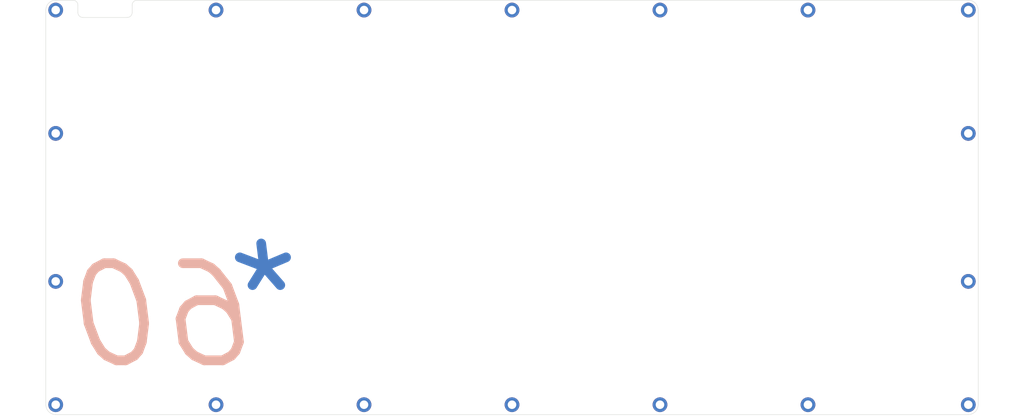
<source format=kicad_pcb>
(kicad_pcb (version 20171130) (host pcbnew "(5.1.12)-1")

  (general
    (thickness 1.6)
    (drawings 19)
    (tracks 0)
    (zones 0)
    (modules 18)
    (nets 1)
  )

  (page A4)
  (layers
    (0 F.Cu signal)
    (31 B.Cu signal)
    (32 B.Adhes user)
    (33 F.Adhes user)
    (34 B.Paste user)
    (35 F.Paste user)
    (36 B.SilkS user)
    (37 F.SilkS user)
    (38 B.Mask user)
    (39 F.Mask user)
    (40 Dwgs.User user)
    (41 Cmts.User user)
    (42 Eco1.User user)
    (43 Eco2.User user)
    (44 Edge.Cuts user)
    (45 Margin user)
    (46 B.CrtYd user)
    (47 F.CrtYd user)
    (48 B.Fab user)
    (49 F.Fab user)
  )

  (setup
    (last_trace_width 0.25)
    (trace_clearance 0.2)
    (zone_clearance 0.508)
    (zone_45_only no)
    (trace_min 0.2)
    (via_size 0.8)
    (via_drill 0.4)
    (via_min_size 0.4)
    (via_min_drill 0.3)
    (uvia_size 0.3)
    (uvia_drill 0.1)
    (uvias_allowed no)
    (uvia_min_size 0.2)
    (uvia_min_drill 0.1)
    (edge_width 0.1)
    (segment_width 0.2)
    (pcb_text_width 0.3)
    (pcb_text_size 1.5 1.5)
    (mod_edge_width 0.15)
    (mod_text_size 1 1)
    (mod_text_width 0.15)
    (pad_size 1.7 1.7)
    (pad_drill 1.7)
    (pad_to_mask_clearance 0)
    (aux_axis_origin 0 0)
    (visible_elements 7FFFF7FF)
    (pcbplotparams
      (layerselection 0x010fc_ffffffff)
      (usegerberextensions false)
      (usegerberattributes true)
      (usegerberadvancedattributes true)
      (creategerberjobfile true)
      (excludeedgelayer true)
      (linewidth 0.100000)
      (plotframeref false)
      (viasonmask false)
      (mode 1)
      (useauxorigin false)
      (hpglpennumber 1)
      (hpglpenspeed 20)
      (hpglpendiameter 15.000000)
      (psnegative false)
      (psa4output false)
      (plotreference true)
      (plotvalue true)
      (plotinvisibletext false)
      (padsonsilk false)
      (subtractmaskfromsilk false)
      (outputformat 1)
      (mirror false)
      (drillshape 1)
      (scaleselection 1)
      (outputdirectory ""))
  )

  (net 0 "")

  (net_class Default "This is the default net class."
    (clearance 0.2)
    (trace_width 0.25)
    (via_dia 0.8)
    (via_drill 0.4)
    (uvia_dia 0.3)
    (uvia_drill 0.1)
  )

  (module MountingHole:MountingHole_2.2mm_M2_DIN965_Pad (layer F.Cu) (tedit 56D1B4CB) (tstamp 61B59170)
    (at 257.81 54.61)
    (descr "Mounting Hole 2.2mm, M2, DIN965")
    (tags "mounting hole 2.2mm m2 din965")
    (attr virtual)
    (fp_text reference REF** (at 0 -2.9) (layer F.SilkS) hide
      (effects (font (size 1 1) (thickness 0.15)))
    )
    (fp_text value MountingHole_2.2mm_M2_DIN965_Pad (at 0 2.9) (layer F.Fab)
      (effects (font (size 1 1) (thickness 0.15)))
    )
    (fp_circle (center 0 0) (end 1.9 0) (layer Cmts.User) (width 0.15))
    (fp_circle (center 0 0) (end 2.15 0) (layer F.CrtYd) (width 0.05))
    (fp_text user %R (at 0.3 0) (layer F.Fab)
      (effects (font (size 1 1) (thickness 0.15)))
    )
    (pad 1 thru_hole circle (at 0 0) (size 3.8 3.8) (drill 2.2) (layers *.Cu *.Mask))
  )

  (module MountingHole:MountingHole_2.2mm_M2_DIN965_Pad (layer F.Cu) (tedit 56D1B4CB) (tstamp 61B59169)
    (at 257.81 92.71)
    (descr "Mounting Hole 2.2mm, M2, DIN965")
    (tags "mounting hole 2.2mm m2 din965")
    (attr virtual)
    (fp_text reference REF** (at 0 -2.9) (layer F.SilkS) hide
      (effects (font (size 1 1) (thickness 0.15)))
    )
    (fp_text value MountingHole_2.2mm_M2_DIN965_Pad (at 0 2.9) (layer F.Fab)
      (effects (font (size 1 1) (thickness 0.15)))
    )
    (fp_circle (center 0 0) (end 1.9 0) (layer Cmts.User) (width 0.15))
    (fp_circle (center 0 0) (end 2.15 0) (layer F.CrtYd) (width 0.05))
    (fp_text user %R (at 0.3 0) (layer F.Fab)
      (effects (font (size 1 1) (thickness 0.15)))
    )
    (pad 1 thru_hole circle (at 0 0) (size 3.8 3.8) (drill 2.2) (layers *.Cu *.Mask))
  )

  (module MountingHole:MountingHole_2.2mm_M2_DIN965_Pad (layer F.Cu) (tedit 56D1B4CB) (tstamp 61B5912C)
    (at 64.135 124.46)
    (descr "Mounting Hole 2.2mm, M2, DIN965")
    (tags "mounting hole 2.2mm m2 din965")
    (attr virtual)
    (fp_text reference REF** (at 0 -2.9) (layer F.SilkS) hide
      (effects (font (size 1 1) (thickness 0.15)))
    )
    (fp_text value MountingHole_2.2mm_M2_DIN965_Pad (at 0 2.9) (layer F.Fab)
      (effects (font (size 1 1) (thickness 0.15)))
    )
    (fp_circle (center 0 0) (end 1.9 0) (layer Cmts.User) (width 0.15))
    (fp_circle (center 0 0) (end 2.15 0) (layer F.CrtYd) (width 0.05))
    (fp_text user %R (at 0.3 0) (layer F.Fab)
      (effects (font (size 1 1) (thickness 0.15)))
    )
    (pad 1 thru_hole circle (at 0 0) (size 3.8 3.8) (drill 2.2) (layers *.Cu *.Mask))
  )

  (module MountingHole:MountingHole_2.2mm_M2_DIN965_Pad (layer F.Cu) (tedit 56D1B4CB) (tstamp 61B59125)
    (at 257.81 124.46)
    (descr "Mounting Hole 2.2mm, M2, DIN965")
    (tags "mounting hole 2.2mm m2 din965")
    (attr virtual)
    (fp_text reference REF** (at 0 -2.9) (layer F.SilkS) hide
      (effects (font (size 1 1) (thickness 0.15)))
    )
    (fp_text value MountingHole_2.2mm_M2_DIN965_Pad (at 0 2.9) (layer F.Fab)
      (effects (font (size 1 1) (thickness 0.15)))
    )
    (fp_circle (center 0 0) (end 1.9 0) (layer Cmts.User) (width 0.15))
    (fp_circle (center 0 0) (end 2.15 0) (layer F.CrtYd) (width 0.05))
    (fp_text user %R (at 0.3 0) (layer F.Fab)
      (effects (font (size 1 1) (thickness 0.15)))
    )
    (pad 1 thru_hole circle (at 0 0) (size 3.8 3.8) (drill 2.2) (layers *.Cu *.Mask))
  )

  (module MountingHole:MountingHole_2.2mm_M2_DIN965_Pad (layer F.Cu) (tedit 56D1B4CB) (tstamp 61B5911E)
    (at 216.535 124.46)
    (descr "Mounting Hole 2.2mm, M2, DIN965")
    (tags "mounting hole 2.2mm m2 din965")
    (attr virtual)
    (fp_text reference REF** (at 0 -2.9) (layer F.SilkS) hide
      (effects (font (size 1 1) (thickness 0.15)))
    )
    (fp_text value MountingHole_2.2mm_M2_DIN965_Pad (at 0 2.9) (layer F.Fab)
      (effects (font (size 1 1) (thickness 0.15)))
    )
    (fp_circle (center 0 0) (end 1.9 0) (layer Cmts.User) (width 0.15))
    (fp_circle (center 0 0) (end 2.15 0) (layer F.CrtYd) (width 0.05))
    (fp_text user %R (at 0.3 0) (layer F.Fab)
      (effects (font (size 1 1) (thickness 0.15)))
    )
    (pad 1 thru_hole circle (at 0 0) (size 3.8 3.8) (drill 2.2) (layers *.Cu *.Mask))
  )

  (module MountingHole:MountingHole_2.2mm_M2_DIN965_Pad (layer F.Cu) (tedit 56D1B4CB) (tstamp 61B59117)
    (at 178.435 124.46)
    (descr "Mounting Hole 2.2mm, M2, DIN965")
    (tags "mounting hole 2.2mm m2 din965")
    (attr virtual)
    (fp_text reference REF** (at 0 -2.9) (layer F.SilkS) hide
      (effects (font (size 1 1) (thickness 0.15)))
    )
    (fp_text value MountingHole_2.2mm_M2_DIN965_Pad (at 0 2.9) (layer F.Fab)
      (effects (font (size 1 1) (thickness 0.15)))
    )
    (fp_circle (center 0 0) (end 1.9 0) (layer Cmts.User) (width 0.15))
    (fp_circle (center 0 0) (end 2.15 0) (layer F.CrtYd) (width 0.05))
    (fp_text user %R (at 0.3 0) (layer F.Fab)
      (effects (font (size 1 1) (thickness 0.15)))
    )
    (pad 1 thru_hole circle (at 0 0) (size 3.8 3.8) (drill 2.2) (layers *.Cu *.Mask))
  )

  (module MountingHole:MountingHole_2.2mm_M2_DIN965_Pad (layer F.Cu) (tedit 56D1B4CB) (tstamp 61B59110)
    (at 102.235 124.46)
    (descr "Mounting Hole 2.2mm, M2, DIN965")
    (tags "mounting hole 2.2mm m2 din965")
    (attr virtual)
    (fp_text reference REF** (at 0 -2.9) (layer F.SilkS) hide
      (effects (font (size 1 1) (thickness 0.15)))
    )
    (fp_text value MountingHole_2.2mm_M2_DIN965_Pad (at 0 2.9) (layer F.Fab)
      (effects (font (size 1 1) (thickness 0.15)))
    )
    (fp_circle (center 0 0) (end 1.9 0) (layer Cmts.User) (width 0.15))
    (fp_circle (center 0 0) (end 2.15 0) (layer F.CrtYd) (width 0.05))
    (fp_text user %R (at 0.3 0) (layer F.Fab)
      (effects (font (size 1 1) (thickness 0.15)))
    )
    (pad 1 thru_hole circle (at 0 0) (size 3.8 3.8) (drill 2.2) (layers *.Cu *.Mask))
  )

  (module MountingHole:MountingHole_2.2mm_M2_DIN965_Pad (layer F.Cu) (tedit 56D1B4CB) (tstamp 61B59109)
    (at 140.335 124.46)
    (descr "Mounting Hole 2.2mm, M2, DIN965")
    (tags "mounting hole 2.2mm m2 din965")
    (attr virtual)
    (fp_text reference REF** (at 0 -2.9) (layer F.SilkS) hide
      (effects (font (size 1 1) (thickness 0.15)))
    )
    (fp_text value MountingHole_2.2mm_M2_DIN965_Pad (at 0 2.9) (layer F.Fab)
      (effects (font (size 1 1) (thickness 0.15)))
    )
    (fp_circle (center 0 0) (end 1.9 0) (layer Cmts.User) (width 0.15))
    (fp_circle (center 0 0) (end 2.15 0) (layer F.CrtYd) (width 0.05))
    (fp_text user %R (at 0.3 0) (layer F.Fab)
      (effects (font (size 1 1) (thickness 0.15)))
    )
    (pad 1 thru_hole circle (at 0 0) (size 3.8 3.8) (drill 2.2) (layers *.Cu *.Mask))
  )

  (module MountingHole:MountingHole_2.2mm_M2_DIN965_Pad (layer F.Cu) (tedit 56D1B4CB) (tstamp 61B590F9)
    (at 22.86 124.46)
    (descr "Mounting Hole 2.2mm, M2, DIN965")
    (tags "mounting hole 2.2mm m2 din965")
    (attr virtual)
    (fp_text reference REF** (at 0 -2.9) (layer F.SilkS) hide
      (effects (font (size 1 1) (thickness 0.15)))
    )
    (fp_text value MountingHole_2.2mm_M2_DIN965_Pad (at 0 2.9) (layer F.Fab)
      (effects (font (size 1 1) (thickness 0.15)))
    )
    (fp_circle (center 0 0) (end 1.9 0) (layer Cmts.User) (width 0.15))
    (fp_circle (center 0 0) (end 2.15 0) (layer F.CrtYd) (width 0.05))
    (fp_text user %R (at 0.3 0) (layer F.Fab)
      (effects (font (size 1 1) (thickness 0.15)))
    )
    (pad 1 thru_hole circle (at 0 0) (size 3.8 3.8) (drill 2.2) (layers *.Cu *.Mask))
  )

  (module MountingHole:MountingHole_2.2mm_M2_DIN965_Pad (layer F.Cu) (tedit 56D1B4CB) (tstamp 61B590E9)
    (at 22.86 92.71)
    (descr "Mounting Hole 2.2mm, M2, DIN965")
    (tags "mounting hole 2.2mm m2 din965")
    (attr virtual)
    (fp_text reference REF** (at 0 -2.9) (layer F.SilkS) hide
      (effects (font (size 1 1) (thickness 0.15)))
    )
    (fp_text value MountingHole_2.2mm_M2_DIN965_Pad (at 0 2.9) (layer F.Fab)
      (effects (font (size 1 1) (thickness 0.15)))
    )
    (fp_circle (center 0 0) (end 1.9 0) (layer Cmts.User) (width 0.15))
    (fp_circle (center 0 0) (end 2.15 0) (layer F.CrtYd) (width 0.05))
    (fp_text user %R (at 0.3 0) (layer F.Fab)
      (effects (font (size 1 1) (thickness 0.15)))
    )
    (pad 1 thru_hole circle (at 0 0) (size 3.8 3.8) (drill 2.2) (layers *.Cu *.Mask))
  )

  (module MountingHole:MountingHole_2.2mm_M2_DIN965_Pad (layer F.Cu) (tedit 56D1B4CB) (tstamp 61B590AC)
    (at 22.86 54.61)
    (descr "Mounting Hole 2.2mm, M2, DIN965")
    (tags "mounting hole 2.2mm m2 din965")
    (attr virtual)
    (fp_text reference REF** (at 0 -2.9) (layer F.SilkS) hide
      (effects (font (size 1 1) (thickness 0.15)))
    )
    (fp_text value MountingHole_2.2mm_M2_DIN965_Pad (at 0 2.9) (layer F.Fab)
      (effects (font (size 1 1) (thickness 0.15)))
    )
    (fp_circle (center 0 0) (end 1.9 0) (layer Cmts.User) (width 0.15))
    (fp_circle (center 0 0) (end 2.15 0) (layer F.CrtYd) (width 0.05))
    (fp_text user %R (at 0.3 0) (layer F.Fab)
      (effects (font (size 1 1) (thickness 0.15)))
    )
    (pad 1 thru_hole circle (at 0 0) (size 3.8 3.8) (drill 2.2) (layers *.Cu *.Mask))
  )

  (module MountingHole:MountingHole_2.2mm_M2_DIN965_Pad (layer F.Cu) (tedit 56D1B4CB) (tstamp 61B5906D)
    (at 257.81 22.86)
    (descr "Mounting Hole 2.2mm, M2, DIN965")
    (tags "mounting hole 2.2mm m2 din965")
    (attr virtual)
    (fp_text reference REF** (at 0 -2.9) (layer F.SilkS) hide
      (effects (font (size 1 1) (thickness 0.15)))
    )
    (fp_text value MountingHole_2.2mm_M2_DIN965_Pad (at 0 2.9) (layer F.Fab)
      (effects (font (size 1 1) (thickness 0.15)))
    )
    (fp_circle (center 0 0) (end 1.9 0) (layer Cmts.User) (width 0.15))
    (fp_circle (center 0 0) (end 2.15 0) (layer F.CrtYd) (width 0.05))
    (fp_text user %R (at 0.3 0) (layer F.Fab)
      (effects (font (size 1 1) (thickness 0.15)))
    )
    (pad 1 thru_hole circle (at 0 0) (size 3.8 3.8) (drill 2.2) (layers *.Cu *.Mask))
  )

  (module MountingHole:MountingHole_2.2mm_M2_DIN965_Pad (layer F.Cu) (tedit 56D1B4CB) (tstamp 61B5901A)
    (at 216.535 22.86)
    (descr "Mounting Hole 2.2mm, M2, DIN965")
    (tags "mounting hole 2.2mm m2 din965")
    (attr virtual)
    (fp_text reference REF** (at 0 -2.9) (layer F.SilkS) hide
      (effects (font (size 1 1) (thickness 0.15)))
    )
    (fp_text value MountingHole_2.2mm_M2_DIN965_Pad (at 0 2.9) (layer F.Fab)
      (effects (font (size 1 1) (thickness 0.15)))
    )
    (fp_circle (center 0 0) (end 1.9 0) (layer Cmts.User) (width 0.15))
    (fp_circle (center 0 0) (end 2.15 0) (layer F.CrtYd) (width 0.05))
    (fp_text user %R (at 0.3 0) (layer F.Fab)
      (effects (font (size 1 1) (thickness 0.15)))
    )
    (pad 1 thru_hole circle (at 0 0) (size 3.8 3.8) (drill 2.2) (layers *.Cu *.Mask))
  )

  (module MountingHole:MountingHole_2.2mm_M2_DIN965_Pad (layer F.Cu) (tedit 56D1B4CB) (tstamp 61B5901A)
    (at 178.435 22.86)
    (descr "Mounting Hole 2.2mm, M2, DIN965")
    (tags "mounting hole 2.2mm m2 din965")
    (attr virtual)
    (fp_text reference REF** (at 0 -2.9) (layer F.SilkS) hide
      (effects (font (size 1 1) (thickness 0.15)))
    )
    (fp_text value MountingHole_2.2mm_M2_DIN965_Pad (at 0 2.9) (layer F.Fab)
      (effects (font (size 1 1) (thickness 0.15)))
    )
    (fp_circle (center 0 0) (end 1.9 0) (layer Cmts.User) (width 0.15))
    (fp_circle (center 0 0) (end 2.15 0) (layer F.CrtYd) (width 0.05))
    (fp_text user %R (at 0.3 0) (layer F.Fab)
      (effects (font (size 1 1) (thickness 0.15)))
    )
    (pad 1 thru_hole circle (at 0 0) (size 3.8 3.8) (drill 2.2) (layers *.Cu *.Mask))
  )

  (module MountingHole:MountingHole_2.2mm_M2_DIN965_Pad (layer F.Cu) (tedit 56D1B4CB) (tstamp 61B5901A)
    (at 140.335 22.86)
    (descr "Mounting Hole 2.2mm, M2, DIN965")
    (tags "mounting hole 2.2mm m2 din965")
    (attr virtual)
    (fp_text reference REF** (at 0 -2.9) (layer F.SilkS) hide
      (effects (font (size 1 1) (thickness 0.15)))
    )
    (fp_text value MountingHole_2.2mm_M2_DIN965_Pad (at 0 2.9) (layer F.Fab)
      (effects (font (size 1 1) (thickness 0.15)))
    )
    (fp_circle (center 0 0) (end 1.9 0) (layer Cmts.User) (width 0.15))
    (fp_circle (center 0 0) (end 2.15 0) (layer F.CrtYd) (width 0.05))
    (fp_text user %R (at 0.3 0) (layer F.Fab)
      (effects (font (size 1 1) (thickness 0.15)))
    )
    (pad 1 thru_hole circle (at 0 0) (size 3.8 3.8) (drill 2.2) (layers *.Cu *.Mask))
  )

  (module MountingHole:MountingHole_2.2mm_M2_DIN965_Pad (layer F.Cu) (tedit 56D1B4CB) (tstamp 61B5901A)
    (at 102.235 22.86)
    (descr "Mounting Hole 2.2mm, M2, DIN965")
    (tags "mounting hole 2.2mm m2 din965")
    (attr virtual)
    (fp_text reference REF** (at 0 -2.9) (layer F.SilkS) hide
      (effects (font (size 1 1) (thickness 0.15)))
    )
    (fp_text value MountingHole_2.2mm_M2_DIN965_Pad (at 0 2.9) (layer F.Fab)
      (effects (font (size 1 1) (thickness 0.15)))
    )
    (fp_circle (center 0 0) (end 1.9 0) (layer Cmts.User) (width 0.15))
    (fp_circle (center 0 0) (end 2.15 0) (layer F.CrtYd) (width 0.05))
    (fp_text user %R (at 0.3 0) (layer F.Fab)
      (effects (font (size 1 1) (thickness 0.15)))
    )
    (pad 1 thru_hole circle (at 0 0) (size 3.8 3.8) (drill 2.2) (layers *.Cu *.Mask))
  )

  (module MountingHole:MountingHole_2.2mm_M2_DIN965_Pad (layer F.Cu) (tedit 56D1B4CB) (tstamp 61B5901A)
    (at 22.86 22.86)
    (descr "Mounting Hole 2.2mm, M2, DIN965")
    (tags "mounting hole 2.2mm m2 din965")
    (attr virtual)
    (fp_text reference REF** (at 0 -2.9) (layer F.SilkS) hide
      (effects (font (size 1 1) (thickness 0.15)))
    )
    (fp_text value MountingHole_2.2mm_M2_DIN965_Pad (at 0 2.9) (layer F.Fab)
      (effects (font (size 1 1) (thickness 0.15)))
    )
    (fp_circle (center 0 0) (end 1.9 0) (layer Cmts.User) (width 0.15))
    (fp_circle (center 0 0) (end 2.15 0) (layer F.CrtYd) (width 0.05))
    (fp_text user %R (at 0.3 0) (layer F.Fab)
      (effects (font (size 1 1) (thickness 0.15)))
    )
    (pad 1 thru_hole circle (at 0 0) (size 3.8 3.8) (drill 2.2) (layers *.Cu *.Mask))
  )

  (module MountingHole:MountingHole_2.2mm_M2_DIN965_Pad (layer F.Cu) (tedit 56D1B4CB) (tstamp 61B58FA9)
    (at 64.135 22.86)
    (descr "Mounting Hole 2.2mm, M2, DIN965")
    (tags "mounting hole 2.2mm m2 din965")
    (attr virtual)
    (fp_text reference REF** (at 0 -2.9) (layer F.SilkS) hide
      (effects (font (size 1 1) (thickness 0.15)))
    )
    (fp_text value MountingHole_2.2mm_M2_DIN965_Pad (at 0 2.9) (layer F.Fab)
      (effects (font (size 1 1) (thickness 0.15)))
    )
    (fp_circle (center 0 0) (end 1.9 0) (layer Cmts.User) (width 0.15))
    (fp_circle (center 0 0) (end 2.15 0) (layer F.CrtYd) (width 0.05))
    (fp_text user %R (at 0.3 0) (layer F.Fab)
      (effects (font (size 1 1) (thickness 0.15)))
    )
    (pad 1 thru_hole circle (at 0 0) (size 3.8 3.8) (drill 2.2) (layers *.Cu *.Mask))
  )

  (gr_text * (at 78.74 96.52) (layer B.Cu) (tstamp 61B5477A)
    (effects (font (size 25 25) (thickness 2.5) italic) (justify mirror))
  )
  (gr_text * (at 78.74 96.52) (layer B.Mask) (tstamp 61B54779)
    (effects (font (size 25 25) (thickness 2.5) italic) (justify mirror))
  )
  (gr_text 60 (at 51.435 101.6) (layer B.SilkS) (tstamp 61B54778)
    (effects (font (size 25 25) (thickness 2.5) italic) (justify mirror))
  )
  (gr_line (start 28.575 21.59) (end 28.575 23.495) (layer Edge.Cuts) (width 0.1) (tstamp 61B539FD))
  (gr_line (start 42.545 23.495) (end 42.545 21.59) (layer Edge.Cuts) (width 0.1) (tstamp 61B539FB))
  (gr_line (start 43.815 20.32) (end 257.81 20.32) (layer Edge.Cuts) (width 0.1) (tstamp 61B5398C))
  (gr_line (start 22.86 20.32) (end 27.305 20.32) (layer Edge.Cuts) (width 0.1) (tstamp 61B53981))
  (gr_line (start 41.275 24.765) (end 29.845 24.765) (layer Edge.Cuts) (width 0.1) (tstamp 61B53977))
  (gr_arc (start 29.845 23.495) (end 28.575 23.495) (angle -90) (layer Edge.Cuts) (width 0.1))
  (gr_arc (start 27.305 21.59) (end 28.575 21.59) (angle -90) (layer Edge.Cuts) (width 0.1))
  (gr_arc (start 43.815 21.59) (end 43.815 20.32) (angle -90) (layer Edge.Cuts) (width 0.1))
  (gr_arc (start 41.275 23.495) (end 41.275 24.765) (angle -90) (layer Edge.Cuts) (width 0.1))
  (gr_line (start 20.32 22.86) (end 20.32 124.46) (layer Edge.Cuts) (width 0.1) (tstamp 61B5919F))
  (gr_line (start 260.35 124.46) (end 260.35 22.86) (layer Edge.Cuts) (width 0.1) (tstamp 61B5919D))
  (gr_arc (start 257.81 124.46) (end 257.81 127) (angle -90) (layer Edge.Cuts) (width 0.1))
  (gr_line (start 22.86 127) (end 257.81 127) (layer Edge.Cuts) (width 0.1) (tstamp 61B5919B))
  (gr_arc (start 22.86 124.46) (end 20.32 124.46) (angle -90) (layer Edge.Cuts) (width 0.1))
  (gr_arc (start 22.86 22.86) (end 22.86 20.32) (angle -90) (layer Edge.Cuts) (width 0.1))
  (gr_arc (start 257.81 22.86) (end 260.35 22.86) (angle -90) (layer Edge.Cuts) (width 0.1))

)

</source>
